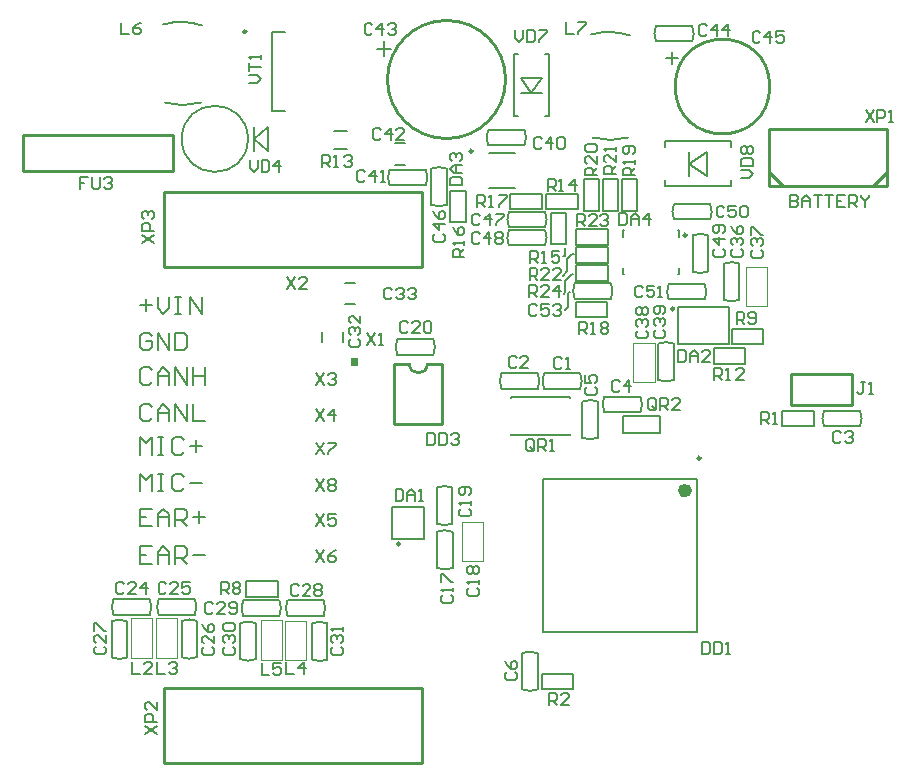
<source format=gto>
G04 Layer_Color=65535*
%FSLAX24Y24*%
%MOIN*%
G70*
G01*
G75*
%ADD10C,0.0079*%
%ADD44C,0.0098*%
%ADD71C,0.0070*%
%ADD72C,0.0236*%
%ADD73C,0.0100*%
%ADD74C,0.0071*%
%ADD75C,0.0039*%
%ADD76C,0.0050*%
%ADD77C,0.0067*%
G36*
X40120Y34108D02*
X39870D01*
Y34358D01*
X40120D01*
Y34108D01*
D02*
G37*
D10*
X47175Y31801D02*
Y31841D01*
X45207Y31801D02*
X47175D01*
X45207D02*
Y31841D01*
X47175Y33022D02*
Y33061D01*
X45207D02*
X47175D01*
X45207Y33022D02*
Y33061D01*
X46280Y30335D02*
X51398D01*
X46280Y25217D02*
X51398D01*
X46280D02*
Y30335D01*
X51398Y25217D02*
Y30335D01*
X47018Y35965D02*
X47116Y36063D01*
Y36526D01*
X47156Y36565D01*
X47175D01*
X46959Y36506D02*
X47008Y36555D01*
Y36929D01*
X47244Y37165D01*
X47274D01*
X46939Y37096D02*
X47087Y37244D01*
Y37254D01*
Y37667D01*
X47244Y37825D01*
X47293D01*
X47018Y37776D02*
Y38041D01*
X46998Y37756D02*
X47018Y37776D01*
X46939Y37756D02*
X46998D01*
X50374Y44360D02*
X50758D01*
X50576Y44158D02*
Y44542D01*
X39301Y41309D02*
X39734D01*
X39301Y41939D02*
X39734D01*
X50778Y37156D02*
X50797D01*
Y37372D01*
X48947Y37156D02*
X48967D01*
X48947D02*
Y37372D01*
X50778Y38612D02*
X50797D01*
Y38396D02*
Y38612D01*
X48947D02*
X48967D01*
X48947Y38396D02*
Y38612D01*
X50325Y40089D02*
Y40276D01*
Y41398D02*
Y41585D01*
X52530Y40089D02*
Y40276D01*
Y41398D02*
Y41585D01*
X50325Y40089D02*
X52530D01*
X50325Y41585D02*
X52530D01*
X44488Y40010D02*
X45354D01*
X44488Y41191D02*
X45354D01*
X40728Y44665D02*
X41220D01*
X40965Y44429D02*
Y44921D01*
X46457Y42411D02*
Y44498D01*
X45315Y42411D02*
Y44498D01*
X46348Y42411D02*
X46457D01*
X45315D02*
X45423D01*
X46348Y44498D02*
X46457D01*
X45315D02*
X45423D01*
X48937Y31870D02*
Y32421D01*
X50157Y31870D02*
Y32421D01*
X48937Y31870D02*
X50157D01*
X48937Y32421D02*
X50157D01*
X37234Y42598D02*
X37667D01*
X37234Y45236D02*
X37667D01*
X37234Y42598D02*
Y45236D01*
X41240Y29400D02*
X42303D01*
Y28337D02*
Y29400D01*
X41240Y28337D02*
Y29400D01*
Y28337D02*
X42303D01*
X53520Y45200D02*
X53455Y45266D01*
X53323D01*
X53258Y45200D01*
Y44938D01*
X53323Y44872D01*
X53455D01*
X53520Y44938D01*
X53848Y44872D02*
Y45266D01*
X53651Y45069D01*
X53914D01*
X54307Y45266D02*
X54045D01*
Y45069D01*
X54176Y45134D01*
X54242D01*
X54307Y45069D01*
Y44938D01*
X54242Y44872D01*
X54111D01*
X54045Y44938D01*
X53274Y37949D02*
X53209Y37884D01*
Y37753D01*
X53274Y37687D01*
X53537D01*
X53602Y37753D01*
Y37884D01*
X53537Y37949D01*
X53274Y38081D02*
X53209Y38146D01*
Y38277D01*
X53274Y38343D01*
X53340D01*
X53406Y38277D01*
Y38212D01*
Y38277D01*
X53471Y38343D01*
X53537D01*
X53602Y38277D01*
Y38146D01*
X53537Y38081D01*
X53209Y38474D02*
Y38737D01*
X53274D01*
X53537Y38474D01*
X53602D01*
X46906Y34334D02*
X46840Y34399D01*
X46709D01*
X46644Y34334D01*
Y34072D01*
X46709Y34006D01*
X46840D01*
X46906Y34072D01*
X47037Y34006D02*
X47168D01*
X47103D01*
Y34399D01*
X47037Y34334D01*
X45390Y34354D02*
X45325Y34419D01*
X45194D01*
X45128Y34354D01*
Y34091D01*
X45194Y34026D01*
X45325D01*
X45390Y34091D01*
X45784Y34026D02*
X45522D01*
X45784Y34288D01*
Y34354D01*
X45718Y34419D01*
X45587D01*
X45522Y34354D01*
X56197Y31854D02*
X56132Y31919D01*
X56001D01*
X55935Y31854D01*
Y31591D01*
X56001Y31526D01*
X56132D01*
X56197Y31591D01*
X56329Y31854D02*
X56394Y31919D01*
X56525D01*
X56591Y31854D01*
Y31788D01*
X56525Y31722D01*
X56460D01*
X56525D01*
X56591Y31657D01*
Y31591D01*
X56525Y31526D01*
X56394D01*
X56329Y31591D01*
X48825Y33546D02*
X48760Y33612D01*
X48629D01*
X48563Y33546D01*
Y33284D01*
X48629Y33219D01*
X48760D01*
X48825Y33284D01*
X49153Y33219D02*
Y33612D01*
X48957Y33415D01*
X49219D01*
X47743Y33392D02*
X47677Y33327D01*
Y33196D01*
X47743Y33130D01*
X48005D01*
X48071Y33196D01*
Y33327D01*
X48005Y33392D01*
X47677Y33786D02*
Y33523D01*
X47874D01*
X47808Y33655D01*
Y33720D01*
X47874Y33786D01*
X48005D01*
X48071Y33720D01*
Y33589D01*
X48005Y33523D01*
X45076Y23875D02*
X45010Y23809D01*
Y23678D01*
X45076Y23612D01*
X45338D01*
X45404Y23678D01*
Y23809D01*
X45338Y23875D01*
X45010Y24268D02*
X45076Y24137D01*
X45207Y24006D01*
X45338D01*
X45404Y24071D01*
Y24203D01*
X45338Y24268D01*
X45272D01*
X45207Y24203D01*
Y24006D01*
X42930Y26443D02*
X42864Y26378D01*
Y26247D01*
X42930Y26181D01*
X43192D01*
X43258Y26247D01*
Y26378D01*
X43192Y26443D01*
X43258Y26575D02*
Y26706D01*
Y26640D01*
X42864D01*
X42930Y26575D01*
X42864Y26903D02*
Y27165D01*
X42930D01*
X43192Y26903D01*
X43258D01*
X43806Y26699D02*
X43740Y26634D01*
Y26503D01*
X43806Y26437D01*
X44068D01*
X44134Y26503D01*
Y26634D01*
X44068Y26699D01*
X44134Y26831D02*
Y26962D01*
Y26896D01*
X43740D01*
X43806Y26831D01*
Y27159D02*
X43740Y27224D01*
Y27355D01*
X43806Y27421D01*
X43871D01*
X43937Y27355D01*
X44003Y27421D01*
X44068D01*
X44134Y27355D01*
Y27224D01*
X44068Y27159D01*
X44003D01*
X43937Y27224D01*
X43871Y27159D01*
X43806D01*
X43937Y27224D02*
Y27355D01*
X43530Y29337D02*
X43465Y29272D01*
Y29140D01*
X43530Y29075D01*
X43793D01*
X43858Y29140D01*
Y29272D01*
X43793Y29337D01*
X43858Y29468D02*
Y29600D01*
Y29534D01*
X43465D01*
X43530Y29468D01*
X43793Y29796D02*
X43858Y29862D01*
Y29993D01*
X43793Y30059D01*
X43530D01*
X43465Y29993D01*
Y29862D01*
X43530Y29796D01*
X43596D01*
X43661Y29862D01*
Y30059D01*
X41768Y35515D02*
X41703Y35581D01*
X41571D01*
X41506Y35515D01*
Y35253D01*
X41571Y35187D01*
X41703D01*
X41768Y35253D01*
X42162Y35187D02*
X41899D01*
X42162Y35449D01*
Y35515D01*
X42096Y35581D01*
X41965D01*
X41899Y35515D01*
X42293D02*
X42359Y35581D01*
X42490D01*
X42555Y35515D01*
Y35253D01*
X42490Y35187D01*
X42359D01*
X42293Y35253D01*
Y35515D01*
X32310Y26824D02*
X32244Y26890D01*
X32113D01*
X32047Y26824D01*
Y26562D01*
X32113Y26496D01*
X32244D01*
X32310Y26562D01*
X32703Y26496D02*
X32441D01*
X32703Y26758D01*
Y26824D01*
X32638Y26890D01*
X32506D01*
X32441Y26824D01*
X33031Y26496D02*
Y26890D01*
X32834Y26693D01*
X33097D01*
X33718Y26824D02*
X33653Y26890D01*
X33521D01*
X33456Y26824D01*
Y26562D01*
X33521Y26496D01*
X33653D01*
X33718Y26562D01*
X34112Y26496D02*
X33849D01*
X34112Y26758D01*
Y26824D01*
X34046Y26890D01*
X33915D01*
X33849Y26824D01*
X34505Y26890D02*
X34243D01*
Y26693D01*
X34374Y26758D01*
X34440D01*
X34505Y26693D01*
Y26562D01*
X34440Y26496D01*
X34309D01*
X34243Y26562D01*
X34977Y24711D02*
X34912Y24646D01*
Y24514D01*
X34977Y24449D01*
X35240D01*
X35305Y24514D01*
Y24646D01*
X35240Y24711D01*
X35305Y25105D02*
Y24842D01*
X35043Y25105D01*
X34977D01*
X34912Y25039D01*
Y24908D01*
X34977Y24842D01*
X34912Y25498D02*
X34977Y25367D01*
X35108Y25236D01*
X35240D01*
X35305Y25302D01*
Y25433D01*
X35240Y25498D01*
X35174D01*
X35108Y25433D01*
Y25236D01*
X31365Y24741D02*
X31299Y24675D01*
Y24544D01*
X31365Y24478D01*
X31627D01*
X31693Y24544D01*
Y24675D01*
X31627Y24741D01*
X31693Y25134D02*
Y24872D01*
X31431Y25134D01*
X31365D01*
X31299Y25069D01*
Y24938D01*
X31365Y24872D01*
X31299Y25265D02*
Y25528D01*
X31365D01*
X31627Y25265D01*
X31693D01*
X38127Y26745D02*
X38061Y26811D01*
X37930D01*
X37864Y26745D01*
Y26483D01*
X37930Y26417D01*
X38061D01*
X38127Y26483D01*
X38520Y26417D02*
X38258D01*
X38520Y26680D01*
Y26745D01*
X38455Y26811D01*
X38323D01*
X38258Y26745D01*
X38651D02*
X38717Y26811D01*
X38848D01*
X38914Y26745D01*
Y26680D01*
X38848Y26614D01*
X38914Y26549D01*
Y26483D01*
X38848Y26417D01*
X38717D01*
X38651Y26483D01*
Y26549D01*
X38717Y26614D01*
X38651Y26680D01*
Y26745D01*
X38717Y26614D02*
X38848D01*
X35272Y26165D02*
X35207Y26230D01*
X35075D01*
X35010Y26165D01*
Y25902D01*
X35075Y25837D01*
X35207D01*
X35272Y25902D01*
X35666Y25837D02*
X35403D01*
X35666Y26099D01*
Y26165D01*
X35600Y26230D01*
X35469D01*
X35403Y26165D01*
X35797Y25902D02*
X35863Y25837D01*
X35994D01*
X36059Y25902D01*
Y26165D01*
X35994Y26230D01*
X35863D01*
X35797Y26165D01*
Y26099D01*
X35863Y26033D01*
X36059D01*
X35666Y24731D02*
X35601Y24665D01*
Y24534D01*
X35666Y24469D01*
X35928D01*
X35994Y24534D01*
Y24665D01*
X35928Y24731D01*
X35666Y24862D02*
X35601Y24928D01*
Y25059D01*
X35666Y25124D01*
X35732D01*
X35797Y25059D01*
Y24993D01*
Y25059D01*
X35863Y25124D01*
X35928D01*
X35994Y25059D01*
Y24928D01*
X35928Y24862D01*
X35666Y25256D02*
X35601Y25321D01*
Y25452D01*
X35666Y25518D01*
X35928D01*
X35994Y25452D01*
Y25321D01*
X35928Y25256D01*
X35666D01*
X39278Y24731D02*
X39213Y24665D01*
Y24534D01*
X39278Y24469D01*
X39541D01*
X39606Y24534D01*
Y24665D01*
X39541Y24731D01*
X39278Y24862D02*
X39213Y24928D01*
Y25059D01*
X39278Y25124D01*
X39344D01*
X39410Y25059D01*
Y24993D01*
Y25059D01*
X39475Y25124D01*
X39541D01*
X39606Y25059D01*
Y24928D01*
X39541Y24862D01*
X39606Y25256D02*
Y25387D01*
Y25321D01*
X39213D01*
X39278Y25256D01*
X39859Y34987D02*
X39793Y34921D01*
Y34790D01*
X39859Y34724D01*
X40121D01*
X40187Y34790D01*
Y34921D01*
X40121Y34987D01*
X39859Y35118D02*
X39793Y35184D01*
Y35315D01*
X39859Y35380D01*
X39925D01*
X39990Y35315D01*
Y35249D01*
Y35315D01*
X40056Y35380D01*
X40121D01*
X40187Y35315D01*
Y35184D01*
X40121Y35118D01*
X40187Y35774D02*
Y35512D01*
X39925Y35774D01*
X39859D01*
X39793Y35708D01*
Y35577D01*
X39859Y35512D01*
X41247Y36637D02*
X41181Y36703D01*
X41050D01*
X40984Y36637D01*
Y36375D01*
X41050Y36309D01*
X41181D01*
X41247Y36375D01*
X41378Y36637D02*
X41443Y36703D01*
X41575D01*
X41640Y36637D01*
Y36571D01*
X41575Y36506D01*
X41509D01*
X41575D01*
X41640Y36440D01*
Y36375D01*
X41575Y36309D01*
X41443D01*
X41378Y36375D01*
X41771Y36637D02*
X41837Y36703D01*
X41968D01*
X42034Y36637D01*
Y36571D01*
X41968Y36506D01*
X41903D01*
X41968D01*
X42034Y36440D01*
Y36375D01*
X41968Y36309D01*
X41837D01*
X41771Y36375D01*
X52615Y37979D02*
X52549Y37913D01*
Y37782D01*
X52615Y37717D01*
X52877D01*
X52943Y37782D01*
Y37913D01*
X52877Y37979D01*
X52615Y38110D02*
X52549Y38176D01*
Y38307D01*
X52615Y38372D01*
X52681D01*
X52746Y38307D01*
Y38241D01*
Y38307D01*
X52812Y38372D01*
X52877D01*
X52943Y38307D01*
Y38176D01*
X52877Y38110D01*
X52549Y38766D02*
X52615Y38635D01*
X52746Y38504D01*
X52877D01*
X52943Y38569D01*
Y38700D01*
X52877Y38766D01*
X52812D01*
X52746Y38700D01*
Y38504D01*
X49436Y35272D02*
X49370Y35207D01*
Y35075D01*
X49436Y35010D01*
X49698D01*
X49764Y35075D01*
Y35207D01*
X49698Y35272D01*
X49436Y35403D02*
X49370Y35469D01*
Y35600D01*
X49436Y35666D01*
X49501D01*
X49567Y35600D01*
Y35535D01*
Y35600D01*
X49633Y35666D01*
X49698D01*
X49764Y35600D01*
Y35469D01*
X49698Y35403D01*
X49436Y35797D02*
X49370Y35863D01*
Y35994D01*
X49436Y36059D01*
X49501D01*
X49567Y35994D01*
X49633Y36059D01*
X49698D01*
X49764Y35994D01*
Y35863D01*
X49698Y35797D01*
X49633D01*
X49567Y35863D01*
X49501Y35797D01*
X49436D01*
X49567Y35863D02*
Y35994D01*
X50026Y35302D02*
X49961Y35236D01*
Y35105D01*
X50026Y35039D01*
X50289D01*
X50354Y35105D01*
Y35236D01*
X50289Y35302D01*
X50026Y35433D02*
X49961Y35499D01*
Y35630D01*
X50026Y35695D01*
X50092D01*
X50158Y35630D01*
Y35564D01*
Y35630D01*
X50223Y35695D01*
X50289D01*
X50354Y35630D01*
Y35499D01*
X50289Y35433D01*
Y35827D02*
X50354Y35892D01*
Y36023D01*
X50289Y36089D01*
X50026D01*
X49961Y36023D01*
Y35892D01*
X50026Y35827D01*
X50092D01*
X50158Y35892D01*
Y36089D01*
X46227Y41647D02*
X46161Y41712D01*
X46030D01*
X45965Y41647D01*
Y41384D01*
X46030Y41319D01*
X46161D01*
X46227Y41384D01*
X46555Y41319D02*
Y41712D01*
X46358Y41516D01*
X46621D01*
X46752Y41647D02*
X46817Y41712D01*
X46948D01*
X47014Y41647D01*
Y41384D01*
X46948Y41319D01*
X46817D01*
X46752Y41384D01*
Y41647D01*
X40351Y40554D02*
X40285Y40620D01*
X40154D01*
X40089Y40554D01*
Y40292D01*
X40154Y40226D01*
X40285D01*
X40351Y40292D01*
X40679Y40226D02*
Y40620D01*
X40482Y40423D01*
X40745D01*
X40876Y40226D02*
X41007D01*
X40941D01*
Y40620D01*
X40876Y40554D01*
X40863Y41962D02*
X40797Y42027D01*
X40666D01*
X40600Y41962D01*
Y41699D01*
X40666Y41634D01*
X40797D01*
X40863Y41699D01*
X41191Y41634D02*
Y42027D01*
X40994Y41831D01*
X41256D01*
X41650Y41634D02*
X41388D01*
X41650Y41896D01*
Y41962D01*
X41584Y42027D01*
X41453D01*
X41388Y41962D01*
X40587Y45446D02*
X40522Y45512D01*
X40390D01*
X40325Y45446D01*
Y45184D01*
X40390Y45118D01*
X40522D01*
X40587Y45184D01*
X40915Y45118D02*
Y45512D01*
X40718Y45315D01*
X40981D01*
X41112Y45446D02*
X41178Y45512D01*
X41309D01*
X41374Y45446D01*
Y45380D01*
X41309Y45315D01*
X41243D01*
X41309D01*
X41374Y45249D01*
Y45184D01*
X41309Y45118D01*
X41178D01*
X41112Y45184D01*
X51729Y45436D02*
X51663Y45502D01*
X51532D01*
X51467Y45436D01*
Y45174D01*
X51532Y45108D01*
X51663D01*
X51729Y45174D01*
X52057Y45108D02*
Y45502D01*
X51860Y45305D01*
X52122D01*
X52450Y45108D02*
Y45502D01*
X52254Y45305D01*
X52516D01*
X42684Y38481D02*
X42618Y38415D01*
Y38284D01*
X42684Y38219D01*
X42946D01*
X43012Y38284D01*
Y38415D01*
X42946Y38481D01*
X43012Y38809D02*
X42618D01*
X42815Y38612D01*
Y38874D01*
X42618Y39268D02*
X42684Y39137D01*
X42815Y39006D01*
X42946D01*
X43012Y39071D01*
Y39202D01*
X42946Y39268D01*
X42881D01*
X42815Y39202D01*
Y39006D01*
X44170Y39108D02*
X44104Y39173D01*
X43973D01*
X43907Y39108D01*
Y38845D01*
X43973Y38780D01*
X44104D01*
X44170Y38845D01*
X44498Y38780D02*
Y39173D01*
X44301Y38976D01*
X44563D01*
X44695Y39173D02*
X44957D01*
Y39108D01*
X44695Y38845D01*
Y38780D01*
X44160Y38487D02*
X44094Y38553D01*
X43963D01*
X43898Y38487D01*
Y38225D01*
X43963Y38159D01*
X44094D01*
X44160Y38225D01*
X44488Y38159D02*
Y38553D01*
X44291Y38356D01*
X44554D01*
X44685Y38487D02*
X44750Y38553D01*
X44882D01*
X44947Y38487D01*
Y38422D01*
X44882Y38356D01*
X44947Y38291D01*
Y38225D01*
X44882Y38159D01*
X44750D01*
X44685Y38225D01*
Y38291D01*
X44750Y38356D01*
X44685Y38422D01*
Y38487D01*
X44750Y38356D02*
X44882D01*
X51995Y37999D02*
X51929Y37933D01*
Y37802D01*
X51995Y37736D01*
X52257D01*
X52323Y37802D01*
Y37933D01*
X52257Y37999D01*
X52323Y38327D02*
X51929D01*
X52126Y38130D01*
Y38392D01*
X52257Y38523D02*
X52323Y38589D01*
Y38720D01*
X52257Y38786D01*
X51995D01*
X51929Y38720D01*
Y38589D01*
X51995Y38523D01*
X52060D01*
X52126Y38589D01*
Y38786D01*
X52319Y39373D02*
X52254Y39439D01*
X52123D01*
X52057Y39373D01*
Y39111D01*
X52123Y39045D01*
X52254D01*
X52319Y39111D01*
X52713Y39439D02*
X52451D01*
Y39242D01*
X52582Y39308D01*
X52647D01*
X52713Y39242D01*
Y39111D01*
X52647Y39045D01*
X52516D01*
X52451Y39111D01*
X52844Y39373D02*
X52910Y39439D01*
X53041D01*
X53107Y39373D01*
Y39111D01*
X53041Y39045D01*
X52910D01*
X52844Y39111D01*
Y39373D01*
X49593Y36706D02*
X49528Y36772D01*
X49396D01*
X49331Y36706D01*
Y36444D01*
X49396Y36378D01*
X49528D01*
X49593Y36444D01*
X49987Y36772D02*
X49724D01*
Y36575D01*
X49855Y36640D01*
X49921D01*
X49987Y36575D01*
Y36444D01*
X49921Y36378D01*
X49790D01*
X49724Y36444D01*
X50118Y36378D02*
X50249D01*
X50183D01*
Y36772D01*
X50118Y36706D01*
X46069Y36086D02*
X46004Y36151D01*
X45873D01*
X45807Y36086D01*
Y35823D01*
X45873Y35758D01*
X46004D01*
X46069Y35823D01*
X46463Y36151D02*
X46201D01*
Y35955D01*
X46332Y36020D01*
X46397D01*
X46463Y35955D01*
Y35823D01*
X46397Y35758D01*
X46266D01*
X46201Y35823D01*
X46594Y36086D02*
X46660Y36151D01*
X46791D01*
X46857Y36086D01*
Y36020D01*
X46791Y35955D01*
X46725D01*
X46791D01*
X46857Y35889D01*
Y35823D01*
X46791Y35758D01*
X46660D01*
X46594Y35823D01*
X50778Y34626D02*
Y34232D01*
X50974D01*
X51040Y34298D01*
Y34560D01*
X50974Y34626D01*
X50778D01*
X51171Y34232D02*
Y34495D01*
X51302Y34626D01*
X51434Y34495D01*
Y34232D01*
Y34429D01*
X51171D01*
X51827Y34232D02*
X51565D01*
X51827Y34495D01*
Y34560D01*
X51761Y34626D01*
X51630D01*
X51565Y34560D01*
X43179Y40128D02*
X43573D01*
Y40325D01*
X43507Y40390D01*
X43245D01*
X43179Y40325D01*
Y40128D01*
X43573Y40522D02*
X43310D01*
X43179Y40653D01*
X43310Y40784D01*
X43573D01*
X43376D01*
Y40522D01*
X43245Y40915D02*
X43179Y40981D01*
Y41112D01*
X43245Y41177D01*
X43310D01*
X43376Y41112D01*
Y41046D01*
Y41112D01*
X43442Y41177D01*
X43507D01*
X43573Y41112D01*
Y40981D01*
X43507Y40915D01*
X48819Y39193D02*
Y38799D01*
X49016D01*
X49081Y38865D01*
Y39127D01*
X49016Y39193D01*
X48819D01*
X49212Y38799D02*
Y39062D01*
X49344Y39193D01*
X49475Y39062D01*
Y38799D01*
Y38996D01*
X49212D01*
X49803Y38799D02*
Y39193D01*
X49606Y38996D01*
X49868D01*
X51585Y24882D02*
Y24488D01*
X51781D01*
X51847Y24554D01*
Y24816D01*
X51781Y24882D01*
X51585D01*
X51978D02*
Y24488D01*
X52175D01*
X52241Y24554D01*
Y24816D01*
X52175Y24882D01*
X51978D01*
X52372Y24488D02*
X52503D01*
X52437D01*
Y24882D01*
X52372Y24816D01*
X42421Y31850D02*
Y31457D01*
X42618D01*
X42684Y31522D01*
Y31785D01*
X42618Y31850D01*
X42421D01*
X42815D02*
Y31457D01*
X43012D01*
X43077Y31522D01*
Y31785D01*
X43012Y31850D01*
X42815D01*
X43208Y31785D02*
X43274Y31850D01*
X43405D01*
X43471Y31785D01*
Y31719D01*
X43405Y31653D01*
X43340D01*
X43405D01*
X43471Y31588D01*
Y31522D01*
X43405Y31457D01*
X43274D01*
X43208Y31522D01*
X31112Y40394D02*
X30850D01*
Y40197D01*
X30981D01*
X30850D01*
Y40000D01*
X31244Y40394D02*
Y40066D01*
X31309Y40000D01*
X31440D01*
X31506Y40066D01*
Y40394D01*
X31637Y40328D02*
X31703Y40394D01*
X31834D01*
X31900Y40328D01*
Y40262D01*
X31834Y40197D01*
X31768D01*
X31834D01*
X31900Y40131D01*
Y40066D01*
X31834Y40000D01*
X31703D01*
X31637Y40066D01*
X56995Y33563D02*
X56863D01*
X56929D01*
Y33235D01*
X56863Y33169D01*
X56798D01*
X56732Y33235D01*
X57126Y33169D02*
X57257D01*
X57191D01*
Y33563D01*
X57126Y33497D01*
X32589Y24222D02*
Y23829D01*
X32851D01*
X33245D02*
X32982D01*
X33245Y24091D01*
Y24157D01*
X33179Y24222D01*
X33048D01*
X32982Y24157D01*
X33415Y24212D02*
Y23819D01*
X33678D01*
X33809Y24147D02*
X33875Y24212D01*
X34006D01*
X34071Y24147D01*
Y24081D01*
X34006Y24016D01*
X33940D01*
X34006D01*
X34071Y23950D01*
Y23884D01*
X34006Y23819D01*
X33875D01*
X33809Y23884D01*
X37707Y24212D02*
Y23819D01*
X37969D01*
X38297D02*
Y24212D01*
X38100Y24016D01*
X38363D01*
X36890Y24193D02*
Y23799D01*
X37152D01*
X37546Y24193D02*
X37283D01*
Y23996D01*
X37415Y24062D01*
X37480D01*
X37546Y23996D01*
Y23865D01*
X37480Y23799D01*
X37349D01*
X37283Y23865D01*
X32205Y45541D02*
Y45148D01*
X32467D01*
X32861Y45541D02*
X32729Y45476D01*
X32598Y45344D01*
Y45213D01*
X32664Y45148D01*
X32795D01*
X32861Y45213D01*
Y45279D01*
X32795Y45344D01*
X32598D01*
X47047Y45551D02*
Y45157D01*
X47310D01*
X47441Y45551D02*
X47703D01*
Y45485D01*
X47441Y45223D01*
Y45157D01*
X45981Y31316D02*
Y31578D01*
X45915Y31644D01*
X45784D01*
X45718Y31578D01*
Y31316D01*
X45784Y31250D01*
X45915D01*
X45850Y31381D02*
X45981Y31250D01*
X45915D02*
X45981Y31316D01*
X46112Y31250D02*
Y31644D01*
X46309D01*
X46374Y31578D01*
Y31447D01*
X46309Y31381D01*
X46112D01*
X46243D02*
X46374Y31250D01*
X46506D02*
X46637D01*
X46571D01*
Y31644D01*
X46506Y31578D01*
X50046Y32703D02*
Y32966D01*
X49980Y33031D01*
X49849D01*
X49783Y32966D01*
Y32703D01*
X49849Y32638D01*
X49980D01*
X49915Y32769D02*
X50046Y32638D01*
X49980D02*
X50046Y32703D01*
X50177Y32638D02*
Y33031D01*
X50374D01*
X50439Y32966D01*
Y32835D01*
X50374Y32769D01*
X50177D01*
X50308D02*
X50439Y32638D01*
X50833D02*
X50571D01*
X50833Y32900D01*
Y32966D01*
X50767Y33031D01*
X50636D01*
X50571Y32966D01*
X53543Y32156D02*
Y32549D01*
X53740D01*
X53806Y32483D01*
Y32352D01*
X53740Y32287D01*
X53543D01*
X53675D02*
X53806Y32156D01*
X53937D02*
X54068D01*
X54002D01*
Y32549D01*
X53937Y32483D01*
X46476Y22785D02*
Y23179D01*
X46673D01*
X46739Y23113D01*
Y22982D01*
X46673Y22917D01*
X46476D01*
X46608D02*
X46739Y22785D01*
X47132D02*
X46870D01*
X47132Y23048D01*
Y23113D01*
X47067Y23179D01*
X46936D01*
X46870Y23113D01*
X35531Y26486D02*
Y26880D01*
X35728D01*
X35794Y26814D01*
Y26683D01*
X35728Y26617D01*
X35531D01*
X35663D02*
X35794Y26486D01*
X35925Y26814D02*
X35991Y26880D01*
X36122D01*
X36187Y26814D01*
Y26749D01*
X36122Y26683D01*
X36187Y26617D01*
Y26552D01*
X36122Y26486D01*
X35991D01*
X35925Y26552D01*
Y26617D01*
X35991Y26683D01*
X35925Y26749D01*
Y26814D01*
X35991Y26683D02*
X36122D01*
X52726Y35492D02*
Y35886D01*
X52923D01*
X52989Y35820D01*
Y35689D01*
X52923Y35623D01*
X52726D01*
X52858D02*
X52989Y35492D01*
X53120Y35558D02*
X53186Y35492D01*
X53317D01*
X53382Y35558D01*
Y35820D01*
X53317Y35886D01*
X53186D01*
X53120Y35820D01*
Y35755D01*
X53186Y35689D01*
X53382D01*
X51988Y33632D02*
Y34025D01*
X52185D01*
X52251Y33960D01*
Y33829D01*
X52185Y33763D01*
X51988D01*
X52119D02*
X52251Y33632D01*
X52382D02*
X52513D01*
X52447D01*
Y34025D01*
X52382Y33960D01*
X52972Y33632D02*
X52710D01*
X52972Y33894D01*
Y33960D01*
X52907Y34025D01*
X52775D01*
X52710Y33960D01*
X38907Y40728D02*
Y41122D01*
X39104D01*
X39170Y41056D01*
Y40925D01*
X39104Y40860D01*
X38907D01*
X39039D02*
X39170Y40728D01*
X39301D02*
X39432D01*
X39367D01*
Y41122D01*
X39301Y41056D01*
X39629D02*
X39695Y41122D01*
X39826D01*
X39891Y41056D01*
Y40991D01*
X39826Y40925D01*
X39760D01*
X39826D01*
X39891Y40860D01*
Y40794D01*
X39826Y40728D01*
X39695D01*
X39629Y40794D01*
X46427Y39941D02*
Y40335D01*
X46624D01*
X46690Y40269D01*
Y40138D01*
X46624Y40072D01*
X46427D01*
X46558D02*
X46690Y39941D01*
X46821D02*
X46952D01*
X46886D01*
Y40335D01*
X46821Y40269D01*
X47345Y39941D02*
Y40335D01*
X47149Y40138D01*
X47411D01*
X45837Y37539D02*
Y37933D01*
X46033D01*
X46099Y37867D01*
Y37736D01*
X46033Y37671D01*
X45837D01*
X45968D02*
X46099Y37539D01*
X46230D02*
X46361D01*
X46296D01*
Y37933D01*
X46230Y37867D01*
X46821Y37933D02*
X46558D01*
Y37736D01*
X46689Y37802D01*
X46755D01*
X46821Y37736D01*
Y37605D01*
X46755Y37539D01*
X46624D01*
X46558Y37605D01*
X43652Y37726D02*
X43258D01*
Y37923D01*
X43324Y37989D01*
X43455D01*
X43520Y37923D01*
Y37726D01*
Y37858D02*
X43652Y37989D01*
Y38120D02*
Y38251D01*
Y38186D01*
X43258D01*
X43324Y38120D01*
X43258Y38710D02*
X43324Y38579D01*
X43455Y38448D01*
X43586D01*
X43652Y38514D01*
Y38645D01*
X43586Y38710D01*
X43520D01*
X43455Y38645D01*
Y38448D01*
X44085Y39390D02*
Y39783D01*
X44281D01*
X44347Y39718D01*
Y39587D01*
X44281Y39521D01*
X44085D01*
X44216D02*
X44347Y39390D01*
X44478D02*
X44609D01*
X44544D01*
Y39783D01*
X44478Y39718D01*
X44806Y39783D02*
X45069D01*
Y39718D01*
X44806Y39455D01*
Y39390D01*
X47470Y35157D02*
Y35551D01*
X47667D01*
X47733Y35485D01*
Y35354D01*
X47667Y35289D01*
X47470D01*
X47602D02*
X47733Y35157D01*
X47864D02*
X47995D01*
X47930D01*
Y35551D01*
X47864Y35485D01*
X48192D02*
X48258Y35551D01*
X48389D01*
X48454Y35485D01*
Y35420D01*
X48389Y35354D01*
X48454Y35289D01*
Y35223D01*
X48389Y35157D01*
X48258D01*
X48192Y35223D01*
Y35289D01*
X48258Y35354D01*
X48192Y35420D01*
Y35485D01*
X48258Y35354D02*
X48389D01*
X49341Y40443D02*
X48947D01*
Y40640D01*
X49013Y40705D01*
X49144D01*
X49209Y40640D01*
Y40443D01*
Y40574D02*
X49341Y40705D01*
Y40836D02*
Y40968D01*
Y40902D01*
X48947D01*
X49013Y40836D01*
X49275Y41164D02*
X49341Y41230D01*
Y41361D01*
X49275Y41427D01*
X49013D01*
X48947Y41361D01*
Y41230D01*
X49013Y41164D01*
X49078D01*
X49144Y41230D01*
Y41427D01*
X48071Y40443D02*
X47677D01*
Y40640D01*
X47743Y40705D01*
X47874D01*
X47940Y40640D01*
Y40443D01*
Y40574D02*
X48071Y40705D01*
Y41099D02*
Y40836D01*
X47808Y41099D01*
X47743D01*
X47677Y41033D01*
Y40902D01*
X47743Y40836D01*
Y41230D02*
X47677Y41296D01*
Y41427D01*
X47743Y41492D01*
X48005D01*
X48071Y41427D01*
Y41296D01*
X48005Y41230D01*
X47743D01*
X48691Y40482D02*
X48297D01*
Y40679D01*
X48363Y40745D01*
X48494D01*
X48560Y40679D01*
Y40482D01*
Y40613D02*
X48691Y40745D01*
Y41138D02*
Y40876D01*
X48429Y41138D01*
X48363D01*
X48297Y41073D01*
Y40941D01*
X48363Y40876D01*
X48691Y41269D02*
Y41401D01*
Y41335D01*
X48297D01*
X48363Y41269D01*
X45827Y36949D02*
Y37342D01*
X46024D01*
X46089Y37277D01*
Y37146D01*
X46024Y37080D01*
X45827D01*
X45958D02*
X46089Y36949D01*
X46483D02*
X46220D01*
X46483Y37211D01*
Y37277D01*
X46417Y37342D01*
X46286D01*
X46220Y37277D01*
X46876Y36949D02*
X46614D01*
X46876Y37211D01*
Y37277D01*
X46811Y37342D01*
X46680D01*
X46614Y37277D01*
X47402Y38770D02*
Y39163D01*
X47598D01*
X47664Y39098D01*
Y38966D01*
X47598Y38901D01*
X47402D01*
X47533D02*
X47664Y38770D01*
X48058D02*
X47795D01*
X48058Y39032D01*
Y39098D01*
X47992Y39163D01*
X47861D01*
X47795Y39098D01*
X48189D02*
X48254Y39163D01*
X48386D01*
X48451Y39098D01*
Y39032D01*
X48386Y38966D01*
X48320D01*
X48386D01*
X48451Y38901D01*
Y38835D01*
X48386Y38770D01*
X48254D01*
X48189Y38835D01*
X45817Y36398D02*
Y36791D01*
X46014D01*
X46079Y36726D01*
Y36594D01*
X46014Y36529D01*
X45817D01*
X45948D02*
X46079Y36398D01*
X46473D02*
X46210D01*
X46473Y36660D01*
Y36726D01*
X46407Y36791D01*
X46276D01*
X46210Y36726D01*
X46801Y36398D02*
Y36791D01*
X46604Y36594D01*
X46866D01*
X36496Y40955D02*
Y40692D01*
X36627Y40561D01*
X36758Y40692D01*
Y40955D01*
X36890D02*
Y40561D01*
X37086D01*
X37152Y40627D01*
Y40889D01*
X37086Y40955D01*
X36890D01*
X37480Y40561D02*
Y40955D01*
X37283Y40758D01*
X37546D01*
X45354Y45295D02*
Y45033D01*
X45486Y44902D01*
X45617Y45033D01*
Y45295D01*
X45748D02*
Y44902D01*
X45945D01*
X46010Y44967D01*
Y45230D01*
X45945Y45295D01*
X45748D01*
X46141D02*
X46404D01*
Y45230D01*
X46141Y44967D01*
Y44902D01*
X52864Y40364D02*
X53127D01*
X53258Y40495D01*
X53127Y40627D01*
X52864D01*
Y40758D02*
X53258D01*
Y40955D01*
X53192Y41020D01*
X52930D01*
X52864Y40955D01*
Y40758D01*
X52930Y41151D02*
X52864Y41217D01*
Y41348D01*
X52930Y41414D01*
X52995D01*
X53061Y41348D01*
X53127Y41414D01*
X53192D01*
X53258Y41348D01*
Y41217D01*
X53192Y41151D01*
X53127D01*
X53061Y41217D01*
X52995Y41151D01*
X52930D01*
X53061Y41217D02*
Y41348D01*
X40404Y35187D02*
X40666Y34793D01*
Y35187D02*
X40404Y34793D01*
X40797D02*
X40928D01*
X40863D01*
Y35187D01*
X40797Y35121D01*
X37736Y37067D02*
X37999Y36673D01*
Y37067D02*
X37736Y36673D01*
X38392D02*
X38130D01*
X38392Y36936D01*
Y37001D01*
X38327Y37067D01*
X38195D01*
X38130Y37001D01*
X38701Y33858D02*
X38963Y33465D01*
Y33858D02*
X38701Y33465D01*
X39094Y33793D02*
X39160Y33858D01*
X39291D01*
X39357Y33793D01*
Y33727D01*
X39291Y33661D01*
X39226D01*
X39291D01*
X39357Y33596D01*
Y33530D01*
X39291Y33465D01*
X39160D01*
X39094Y33530D01*
X38701Y32657D02*
X38963Y32264D01*
Y32657D02*
X38701Y32264D01*
X39291D02*
Y32657D01*
X39094Y32461D01*
X39357D01*
X38701Y29164D02*
X38963Y28771D01*
Y29164D02*
X38701Y28771D01*
X39357Y29164D02*
X39094D01*
Y28968D01*
X39226Y29033D01*
X39291D01*
X39357Y28968D01*
Y28836D01*
X39291Y28771D01*
X39160D01*
X39094Y28836D01*
X38701Y27954D02*
X38963Y27560D01*
Y27954D02*
X38701Y27560D01*
X39357Y27954D02*
X39226Y27888D01*
X39094Y27757D01*
Y27626D01*
X39160Y27560D01*
X39291D01*
X39357Y27626D01*
Y27691D01*
X39291Y27757D01*
X39094D01*
X38701Y31536D02*
X38963Y31143D01*
Y31536D02*
X38701Y31143D01*
X39094Y31536D02*
X39357D01*
Y31471D01*
X39094Y31209D01*
Y31143D01*
X38701Y30326D02*
X38963Y29932D01*
Y30326D02*
X38701Y29932D01*
X39094Y30260D02*
X39160Y30326D01*
X39291D01*
X39357Y30260D01*
Y30195D01*
X39291Y30129D01*
X39357Y30063D01*
Y29998D01*
X39291Y29932D01*
X39160D01*
X39094Y29998D01*
Y30063D01*
X39160Y30129D01*
X39094Y30195D01*
Y30260D01*
X39160Y30129D02*
X39291D01*
X57028Y42628D02*
X57290Y42234D01*
Y42628D02*
X57028Y42234D01*
X57421D02*
Y42628D01*
X57618D01*
X57684Y42562D01*
Y42431D01*
X57618Y42365D01*
X57421D01*
X57815Y42234D02*
X57946D01*
X57880D01*
Y42628D01*
X57815Y42562D01*
X33012Y21831D02*
X33406Y22093D01*
X33012D02*
X33406Y21831D01*
Y22224D02*
X33012D01*
Y22421D01*
X33078Y22487D01*
X33209D01*
X33274Y22421D01*
Y22224D01*
X33406Y22880D02*
Y22618D01*
X33143Y22880D01*
X33078D01*
X33012Y22815D01*
Y22683D01*
X33078Y22618D01*
X32906Y38200D02*
X33300Y38462D01*
X32906D02*
X33300Y38200D01*
Y38594D02*
X32906D01*
Y38790D01*
X32972Y38856D01*
X33103D01*
X33169Y38790D01*
Y38594D01*
X32972Y38987D02*
X32906Y39053D01*
Y39184D01*
X32972Y39250D01*
X33038D01*
X33103Y39184D01*
Y39118D01*
Y39184D01*
X33169Y39250D01*
X33234D01*
X33300Y39184D01*
Y39053D01*
X33234Y38987D01*
X36477Y43524D02*
X36739D01*
X36870Y43655D01*
X36739Y43786D01*
X36477D01*
Y43917D02*
Y44180D01*
Y44048D01*
X36870D01*
Y44311D02*
Y44442D01*
Y44376D01*
X36477D01*
X36542Y44311D01*
X41358Y29980D02*
Y29587D01*
X41555D01*
X41621Y29652D01*
Y29915D01*
X41555Y29980D01*
X41358D01*
X41752Y29587D02*
Y29849D01*
X41883Y29980D01*
X42014Y29849D01*
Y29587D01*
Y29783D01*
X41752D01*
X42145Y29587D02*
X42277D01*
X42211D01*
Y29980D01*
X42145Y29915D01*
X54508Y39783D02*
Y39390D01*
X54705D01*
X54770Y39455D01*
Y39521D01*
X54705Y39587D01*
X54508D01*
X54705D01*
X54770Y39652D01*
Y39718D01*
X54705Y39783D01*
X54508D01*
X54901Y39390D02*
Y39652D01*
X55033Y39783D01*
X55164Y39652D01*
Y39390D01*
Y39587D01*
X54901D01*
X55295Y39783D02*
X55557D01*
X55426D01*
Y39390D01*
X55689Y39783D02*
X55951D01*
X55820D01*
Y39390D01*
X56345Y39783D02*
X56082D01*
Y39390D01*
X56345D01*
X56082Y39587D02*
X56213D01*
X56476Y39390D02*
Y39783D01*
X56673D01*
X56738Y39718D01*
Y39587D01*
X56673Y39521D01*
X56476D01*
X56607D02*
X56738Y39390D01*
X56869Y39783D02*
Y39718D01*
X57001Y39587D01*
X57132Y39718D01*
Y39783D01*
X57001Y39587D02*
Y39390D01*
X33228Y28090D02*
X32835D01*
Y27500D01*
X33228D01*
X32835Y27795D02*
X33031D01*
X33425Y27500D02*
Y27894D01*
X33622Y28090D01*
X33819Y27894D01*
Y27500D01*
Y27795D01*
X33425D01*
X34015Y27500D02*
Y28090D01*
X34311D01*
X34409Y27992D01*
Y27795D01*
X34311Y27697D01*
X34015D01*
X34212D02*
X34409Y27500D01*
X34606Y27795D02*
X34999D01*
X33228Y29340D02*
X32835D01*
Y28750D01*
X33228D01*
X32835Y29045D02*
X33031D01*
X33425Y28750D02*
Y29144D01*
X33622Y29340D01*
X33819Y29144D01*
Y28750D01*
Y29045D01*
X33425D01*
X34015Y28750D02*
Y29340D01*
X34311D01*
X34409Y29242D01*
Y29045D01*
X34311Y28947D01*
X34015D01*
X34212D02*
X34409Y28750D01*
X34606Y29045D02*
X34999D01*
X34803Y29242D02*
Y28848D01*
X32835Y29911D02*
Y30502D01*
X33031Y30305D01*
X33228Y30502D01*
Y29911D01*
X33425Y30502D02*
X33622D01*
X33523D01*
Y29911D01*
X33425D01*
X33622D01*
X34311Y30403D02*
X34212Y30502D01*
X34015D01*
X33917Y30403D01*
Y30010D01*
X34015Y29911D01*
X34212D01*
X34311Y30010D01*
X34507Y30207D02*
X34901D01*
X32835Y31132D02*
Y31722D01*
X33031Y31525D01*
X33228Y31722D01*
Y31132D01*
X33425Y31722D02*
X33622D01*
X33523D01*
Y31132D01*
X33425D01*
X33622D01*
X34311Y31624D02*
X34212Y31722D01*
X34015D01*
X33917Y31624D01*
Y31230D01*
X34015Y31132D01*
X34212D01*
X34311Y31230D01*
X34507Y31427D02*
X34901D01*
X34704Y31624D02*
Y31230D01*
X33228Y32736D02*
X33130Y32834D01*
X32933D01*
X32835Y32736D01*
Y32342D01*
X32933Y32244D01*
X33130D01*
X33228Y32342D01*
X33425Y32244D02*
Y32638D01*
X33622Y32834D01*
X33819Y32638D01*
Y32244D01*
Y32539D01*
X33425D01*
X34015Y32244D02*
Y32834D01*
X34409Y32244D01*
Y32834D01*
X34606D02*
Y32244D01*
X34999D01*
X33228Y33947D02*
X33130Y34045D01*
X32933D01*
X32835Y33947D01*
Y33553D01*
X32933Y33455D01*
X33130D01*
X33228Y33553D01*
X33425Y33455D02*
Y33848D01*
X33622Y34045D01*
X33819Y33848D01*
Y33455D01*
Y33750D01*
X33425D01*
X34015Y33455D02*
Y34045D01*
X34409Y33455D01*
Y34045D01*
X34606D02*
Y33455D01*
Y33750D01*
X34999D01*
Y34045D01*
Y33455D01*
X33228Y35108D02*
X33130Y35206D01*
X32933D01*
X32835Y35108D01*
Y34715D01*
X32933Y34616D01*
X33130D01*
X33228Y34715D01*
Y34911D01*
X33031D01*
X33425Y34616D02*
Y35206D01*
X33819Y34616D01*
Y35206D01*
X34015D02*
Y34616D01*
X34311D01*
X34409Y34715D01*
Y35108D01*
X34311Y35206D01*
X34015D01*
X32835Y36112D02*
X33228D01*
X33031Y36309D02*
Y35915D01*
X33425Y36407D02*
Y36014D01*
X33622Y35817D01*
X33819Y36014D01*
Y36407D01*
X34015D02*
X34212D01*
X34114D01*
Y35817D01*
X34015D01*
X34212D01*
X34507D02*
Y36407D01*
X34901Y35817D01*
Y36407D01*
D44*
X51526Y31024D02*
G03*
X51526Y31024I-49J0D01*
G01*
X50643Y36002D02*
G03*
X50643Y36002I-49J0D01*
G01*
X51063Y38455D02*
G03*
X51063Y38455I-49J0D01*
G01*
X43927Y41250D02*
G03*
X43927Y41250I-49J0D01*
G01*
X36388Y45236D02*
G03*
X36388Y45236I-49J0D01*
G01*
X41506Y28159D02*
G03*
X41506Y28159I-49J0D01*
G01*
D71*
X50460Y36821D02*
G03*
X50459Y36310I608J-256D01*
G01*
X51667D02*
G03*
X51667Y36821I-609J255D01*
G01*
X48536Y36339D02*
G03*
X48537Y36849I-608J256D01*
G01*
X47329D02*
G03*
X47329Y36339I609J-255D01*
G01*
X50637Y39488D02*
G03*
X50637Y38978I608J-256D01*
G01*
X51844D02*
G03*
X51844Y39488I-609J255D01*
G01*
X51772Y38448D02*
G03*
X51261Y38448I-256J-608D01*
G01*
Y37240D02*
G03*
X51772Y37241I255J609D01*
G01*
X44888Y33847D02*
G03*
X44888Y33337I609J-255D01*
G01*
X46095D02*
G03*
X46096Y33847I-608J256D01*
G01*
X47514Y33338D02*
G03*
X47513Y33848I-609J255D01*
G01*
X46306D02*
G03*
X46306Y33338I608J-256D01*
G01*
X33163Y25808D02*
G03*
X33163Y26319I-609J255D01*
G01*
X31956D02*
G03*
X31956Y25808I608J-256D01*
G01*
X34224Y24386D02*
G03*
X34734Y24386I255J609D01*
G01*
Y25593D02*
G03*
X34224Y25594I-256J-608D01*
G01*
X31891Y24376D02*
G03*
X32401Y24377I255J609D01*
G01*
Y25583D02*
G03*
X31891Y25584I-256J-608D01*
G01*
X37484Y25768D02*
G03*
X37484Y26278I-609J255D01*
G01*
X36277D02*
G03*
X36276Y25768I608J-256D01*
G01*
X36182Y24317D02*
G03*
X36693Y24317I255J609D01*
G01*
Y25524D02*
G03*
X36182Y25525I-256J-608D01*
G01*
X37752Y26278D02*
G03*
X37753Y25768I609J-255D01*
G01*
X38959D02*
G03*
X38960Y26278I-608J256D01*
G01*
X38574Y24307D02*
G03*
X39084Y24308I255J609D01*
G01*
Y25514D02*
G03*
X38574Y25515I-256J-608D01*
G01*
X50119Y33628D02*
G03*
X50630Y33628I255J609D01*
G01*
Y34835D02*
G03*
X50119Y34836I-256J-608D01*
G01*
X52814Y37504D02*
G03*
X52303Y37503I-255J-609D01*
G01*
Y36297D02*
G03*
X52814Y36296I256J608D01*
G01*
X51244Y44913D02*
G03*
X51244Y45423I-609J255D01*
G01*
X50037D02*
G03*
X50036Y44913I608J-256D01*
G01*
X33461Y26319D02*
G03*
X33461Y25808I609J-255D01*
G01*
X34668D02*
G03*
X34668Y26319I-608J256D01*
G01*
X42366Y40119D02*
G03*
X42366Y40630I-609J255D01*
G01*
X41159D02*
G03*
X41158Y40119I608J-256D01*
G01*
X45653Y41448D02*
G03*
X45653Y41959I-609J255D01*
G01*
X44446D02*
G03*
X44446Y41448I608J-256D01*
G01*
X43060Y40673D02*
G03*
X42549Y40673I-255J-609D01*
G01*
Y39466D02*
G03*
X43060Y39465I256J608D01*
G01*
X46342Y38722D02*
G03*
X46342Y39232I-609J255D01*
G01*
X45135D02*
G03*
X45135Y38722I608J-256D01*
G01*
X46342Y38111D02*
G03*
X46342Y38622I-609J255D01*
G01*
X45135D02*
G03*
X45135Y38111I608J-256D01*
G01*
X47590Y31699D02*
G03*
X48100Y31699I255J609D01*
G01*
Y32906D02*
G03*
X47590Y32907I-256J-608D01*
G01*
X48313Y33070D02*
G03*
X48314Y32559I609J-255D01*
G01*
X49520D02*
G03*
X49521Y33070I-608J256D01*
G01*
X45582Y23313D02*
G03*
X46092Y23314I255J609D01*
G01*
Y24520D02*
G03*
X45582Y24521I-256J-608D01*
G01*
X43257Y28567D02*
G03*
X42746Y28566I-255J-609D01*
G01*
Y27360D02*
G03*
X43257Y27359I256J608D01*
G01*
X42737Y28835D02*
G03*
X43248Y28835I255J609D01*
G01*
Y30042D02*
G03*
X42737Y30043I-256J-608D01*
G01*
X55636Y32597D02*
G03*
X55636Y32087I609J-255D01*
G01*
X56843D02*
G03*
X56844Y32597I-608J256D01*
G01*
X41413Y34979D02*
G03*
X41414Y34469I609J-255D01*
G01*
X42621D02*
G03*
X42621Y34979I-608J256D01*
G01*
X50463Y36310D02*
X51663D01*
X50463Y36821D02*
X51663D01*
X47362Y35728D02*
Y36240D01*
X48406Y35728D02*
Y36240D01*
X47362Y35728D02*
X48406D01*
X47362Y36240D02*
X48406D01*
X47333Y36849D02*
X48533D01*
X47333Y36339D02*
X48533D01*
X47382Y36939D02*
Y37451D01*
X48425Y36939D02*
Y37451D01*
X47382Y36939D02*
X48425D01*
X47382Y37451D02*
X48425D01*
X47382Y37539D02*
Y38051D01*
X48425Y37539D02*
Y38051D01*
X47382Y37539D02*
X48425D01*
X47382Y38051D02*
X48425D01*
X47382Y38140D02*
Y38652D01*
X48425Y38140D02*
Y38652D01*
X47382Y38140D02*
X48425D01*
X47382Y38652D02*
X48425D01*
X47628Y40315D02*
X48140D01*
X47628Y39272D02*
X48140D01*
X47628D02*
Y40315D01*
X48140Y39272D02*
Y40315D01*
X48268D02*
X48780D01*
X48268Y39272D02*
X48780D01*
X48268D02*
Y40315D01*
X48780Y39272D02*
Y40315D01*
X48898D02*
X49409D01*
X48898Y39272D02*
X49409D01*
X48898D02*
Y40315D01*
X49409Y39272D02*
Y40315D01*
X50641Y38977D02*
X51841D01*
X50640Y39488D02*
X51841D01*
X51261Y37244D02*
Y38444D01*
X51772Y37244D02*
Y38445D01*
X44892Y33337D02*
X46093D01*
X44892Y33848D02*
X46092D01*
X46309Y33848D02*
X47510D01*
X46310Y33338D02*
X47510D01*
X31959Y26319D02*
X33159D01*
X31959Y25808D02*
X33159D01*
X34734Y24390D02*
Y25591D01*
X34223Y24390D02*
Y25590D01*
X32402Y24380D02*
Y25581D01*
X31891Y24380D02*
Y25580D01*
X36388Y26919D02*
X37431D01*
X36388Y26407D02*
X37431D01*
Y26919D01*
X36388Y26407D02*
Y26919D01*
X36280Y26279D02*
X37480D01*
X36280Y25768D02*
X37480D01*
X36693Y24321D02*
Y25522D01*
X36182Y24321D02*
Y25521D01*
X37756Y25768D02*
X38957D01*
X37756Y26279D02*
X38956D01*
X39085Y24311D02*
Y25512D01*
X38574Y24311D02*
Y25511D01*
X50630Y33632D02*
Y34833D01*
X50119Y33632D02*
Y34832D01*
X52303Y36299D02*
Y37500D01*
X52814Y36300D02*
Y37500D01*
X51959Y34685D02*
X53002D01*
X51959Y34173D02*
X53002D01*
Y34685D01*
X51959Y34173D02*
Y34685D01*
X52569Y35335D02*
X53612D01*
X52569Y34823D02*
X53612D01*
Y35335D01*
X52569Y34823D02*
Y35335D01*
X50039Y45423D02*
X51240D01*
X50040Y44912D02*
X51240D01*
X45187Y39833D02*
X46230D01*
X45187Y39321D02*
X46230D01*
Y39833D01*
X45187Y39321D02*
Y39833D01*
X46388D02*
X47431D01*
X46388Y39321D02*
X47431D01*
Y39833D01*
X46388Y39321D02*
Y39833D01*
X33465Y25808D02*
X34665D01*
X33465Y26319D02*
X34665D01*
X41161Y40630D02*
X42362D01*
X41162Y40119D02*
X42362D01*
X44449Y41959D02*
X45650D01*
X44450Y41448D02*
X45650D01*
X42549Y39469D02*
Y40669D01*
X43060Y39469D02*
Y40669D01*
X43189Y38888D02*
Y39931D01*
X43701Y38888D02*
Y39931D01*
X43189D02*
X43701D01*
X43189Y38888D02*
X43701D01*
X45138Y39232D02*
X46339D01*
X45139Y38721D02*
X46339D01*
X45138Y38622D02*
X46339D01*
X45139Y38111D02*
X46339D01*
X46526Y38159D02*
Y39203D01*
X47037Y38159D02*
Y39203D01*
X46526D02*
X47037D01*
X46526Y38159D02*
X47037D01*
X48100Y31703D02*
Y32904D01*
X47589Y31703D02*
Y32903D01*
X48317Y32559D02*
X49518D01*
X48317Y33070D02*
X49517D01*
X46240Y23327D02*
X47283D01*
X46240Y23839D02*
X47283D01*
X46240Y23327D02*
Y23839D01*
X47283Y23327D02*
Y23839D01*
X46093Y23317D02*
Y24518D01*
X45582Y23317D02*
Y24517D01*
X42746Y27362D02*
Y28563D01*
X43257Y27363D02*
Y28563D01*
X43248Y28839D02*
Y30039D01*
X42737Y28839D02*
Y30039D01*
X55640Y32087D02*
X56841D01*
X55640Y32598D02*
X56840D01*
X54252Y32598D02*
X55295D01*
X54252Y32087D02*
X55295D01*
Y32598D01*
X54252Y32087D02*
Y32598D01*
X41417Y34469D02*
X42618D01*
X41417Y34979D02*
X42617D01*
D72*
X51122Y29941D02*
G03*
X51122Y29941I-118J0D01*
G01*
D73*
X53829Y43406D02*
G03*
X53829Y43406I-1575J0D01*
G01*
X45026Y43642D02*
G03*
X45026Y43642I-1969J0D01*
G01*
X41820Y34158D02*
G03*
X42420Y34158I300J0D01*
G01*
X42245Y20863D02*
Y23363D01*
X33645Y20863D02*
Y23363D01*
X42245D01*
X33645Y20863D02*
X42245D01*
X53797Y40078D02*
X57734D01*
X53797Y42007D02*
X57734D01*
X53797Y40078D02*
Y42007D01*
X57734Y40078D02*
Y42007D01*
X53797Y40550D02*
X54269Y40078D01*
X57261D02*
X57734Y40550D01*
X42245Y37398D02*
Y39898D01*
X33645Y37398D02*
Y39898D01*
X42245D01*
X33645Y37398D02*
X42245D01*
X28950Y41800D02*
X33950D01*
X28950Y40600D02*
X33950D01*
Y41800D01*
X28950Y40600D02*
Y41800D01*
X54537Y32795D02*
X56585D01*
X54537Y33819D02*
X56585D01*
X54537Y32795D02*
Y33819D01*
X56585Y32795D02*
Y33819D01*
X41320Y34158D02*
X41820D01*
X41320Y32158D02*
X42920D01*
Y34158D01*
X41320Y32158D02*
Y34158D01*
X42420D02*
X42920D01*
D74*
X33668Y42868D02*
G03*
X34860Y42872I589J2068D01*
G01*
X34903Y45444D02*
G03*
X33603Y45474I-697J-2035D01*
G01*
X36437Y41663D02*
G03*
X36437Y41663I-1102J0D01*
G01*
X49160Y45110D02*
G03*
X47860Y45139I-697J-2035D01*
G01*
X47925Y41707D02*
G03*
X49117Y41711I589J2068D01*
G01*
X50774Y34843D02*
Y36043D01*
X52474Y34843D02*
Y36043D01*
X50778Y36052D02*
X52470D01*
X50778Y34834D02*
X52470D01*
X36634Y41270D02*
Y42057D01*
Y41663D02*
X37106Y41270D01*
X36634Y41663D02*
X37106Y42057D01*
Y41270D02*
Y42057D01*
D75*
X33380Y24372D02*
X34081D01*
X33380Y25687D02*
X34081D01*
Y24372D02*
Y25687D01*
X33380Y24372D02*
Y25687D01*
X32543Y24362D02*
X33244D01*
X32543Y25677D02*
X33244D01*
Y24362D02*
Y25677D01*
X32543Y24362D02*
Y25677D01*
X36864Y25618D02*
X37565D01*
X36864Y24303D02*
X37565D01*
X36864D02*
Y25618D01*
X37565Y24303D02*
Y25618D01*
X37671Y25608D02*
X38372D01*
X37671Y24293D02*
X38372D01*
X37671D02*
Y25608D01*
X38372Y24293D02*
Y25608D01*
X49282Y33563D02*
X49990D01*
X49282Y34862D02*
X49990D01*
X49282Y33563D02*
Y34862D01*
X49990Y33563D02*
Y34862D01*
X53041Y36102D02*
Y37402D01*
X53750Y36102D02*
Y37402D01*
X53041Y36102D02*
X53750D01*
X53041Y37402D02*
X53750D01*
X43563Y28888D02*
X44272D01*
X43563Y27589D02*
X44272D01*
Y28888D01*
X43563Y27589D02*
Y28888D01*
D76*
X51127Y40437D02*
Y41237D01*
X51727Y40437D02*
Y41237D01*
X51127Y40837D02*
X51727Y41237D01*
X51127Y40837D02*
X51727Y40437D01*
X45886Y43205D02*
X46236Y43705D01*
X45536D02*
X45886Y43205D01*
X45536D02*
X46236D01*
X45536Y43705D02*
X46236D01*
D77*
X38907Y34882D02*
Y35236D01*
X39616Y34882D02*
Y35236D01*
X39656Y36142D02*
X40010D01*
X39656Y36850D02*
X40010D01*
X41329Y41516D02*
X41683D01*
X41329Y40807D02*
X41683D01*
M02*

</source>
